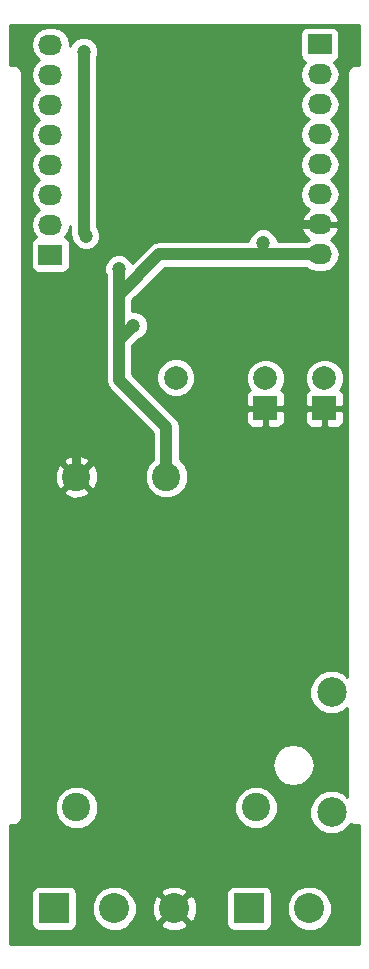
<source format=gbr>
G04 #@! TF.FileFunction,Copper,L2,Bot,Signal*
%FSLAX46Y46*%
G04 Gerber Fmt 4.6, Leading zero omitted, Abs format (unit mm)*
G04 Created by KiCad (PCBNEW 4.0.2+dfsg1-stable) date mar 17 jul 2018 09:31:31 CEST*
%MOMM*%
G01*
G04 APERTURE LIST*
%ADD10C,0.100000*%
%ADD11R,2.000000X2.000000*%
%ADD12C,2.000000*%
%ADD13C,2.500000*%
%ADD14R,2.540000X2.540000*%
%ADD15C,2.540000*%
%ADD16C,1.998980*%
%ADD17R,2.032000X1.727200*%
%ADD18O,2.032000X1.727200*%
%ADD19C,2.400000*%
%ADD20C,1.200000*%
%ADD21C,0.600000*%
%ADD22C,0.800000*%
%ADD23C,1.000000*%
%ADD24C,0.254000*%
G04 APERTURE END LIST*
D10*
D11*
X127110000Y-85920000D03*
D12*
X127110000Y-83380000D03*
D11*
X132110000Y-85920000D03*
D12*
X132110000Y-83380000D03*
D13*
X132710000Y-120120000D03*
X132710000Y-109960000D03*
D14*
X125730000Y-128270000D03*
D15*
X130810000Y-128270000D03*
D14*
X109220000Y-128270000D03*
D15*
X114300000Y-128270000D03*
X119380000Y-128270000D03*
D16*
X119510000Y-83320000D03*
D17*
X131710000Y-55120000D03*
D18*
X131710000Y-57660000D03*
X131710000Y-60200000D03*
X131710000Y-62740000D03*
X131710000Y-65280000D03*
X131710000Y-67820000D03*
X131710000Y-70360000D03*
X131710000Y-72900000D03*
D17*
X108910000Y-72920000D03*
D18*
X108910000Y-70380000D03*
X108910000Y-67840000D03*
X108910000Y-65300000D03*
X108910000Y-62760000D03*
X108910000Y-60220000D03*
X108910000Y-57680000D03*
X108910000Y-55140000D03*
D19*
X111110000Y-119720000D03*
X126310000Y-119720000D03*
X111110000Y-91720000D03*
X118710000Y-91720000D03*
D20*
X118310000Y-68320000D03*
X111710000Y-55720000D03*
X111910000Y-71320000D03*
X114710000Y-74120000D03*
X126910000Y-71920000D03*
X115910000Y-78920000D03*
D21*
X116270000Y-70360000D02*
X116110000Y-70360000D01*
X118310000Y-68320000D02*
X116270000Y-70360000D01*
D22*
X131710000Y-70360000D02*
X116110000Y-70360000D01*
X116110000Y-70360000D02*
X116070000Y-70360000D01*
X116070000Y-70360000D02*
X111110000Y-75320000D01*
X111110000Y-75320000D02*
X111110000Y-91720000D01*
D23*
X114710000Y-76320000D02*
X114710000Y-74120000D01*
X111710000Y-71120000D02*
X111710000Y-55720000D01*
X111910000Y-71320000D02*
X111710000Y-71120000D01*
D21*
X126910000Y-71920000D02*
X126910000Y-72900000D01*
X126910000Y-72900000D02*
X126910000Y-72920000D01*
X126910000Y-72920000D02*
X126910000Y-72900000D01*
X126310000Y-72900000D02*
X126310000Y-72920000D01*
X126310000Y-72920000D02*
X126310000Y-72900000D01*
D23*
X114710000Y-81720000D02*
X114710000Y-80120000D01*
X114710000Y-80120000D02*
X115910000Y-78920000D01*
X118710000Y-91720000D02*
X118710000Y-87520000D01*
X118130000Y-72900000D02*
X126310000Y-72900000D01*
X114710000Y-81720000D02*
X114710000Y-76320000D01*
X114710000Y-76320000D02*
X118130000Y-72900000D01*
X126310000Y-72900000D02*
X126910000Y-72900000D01*
X126910000Y-72900000D02*
X131710000Y-72900000D01*
X114710000Y-83520000D02*
X114710000Y-81720000D01*
X118710000Y-87520000D02*
X114710000Y-83520000D01*
D24*
G36*
X135029000Y-56817000D02*
X134764000Y-56817000D01*
X134492295Y-56871046D01*
X134261954Y-57024954D01*
X134108046Y-57255295D01*
X134054000Y-57527000D01*
X134054000Y-108638226D01*
X133779161Y-108362907D01*
X133086595Y-108075328D01*
X132336695Y-108074674D01*
X131643628Y-108361043D01*
X131112907Y-108890839D01*
X130825328Y-109583405D01*
X130824674Y-110333305D01*
X131111043Y-111026372D01*
X131640839Y-111557093D01*
X132333405Y-111844672D01*
X133083305Y-111845326D01*
X133776372Y-111558957D01*
X134054000Y-111281813D01*
X134054000Y-118798226D01*
X133779161Y-118522907D01*
X133086595Y-118235328D01*
X132336695Y-118234674D01*
X131643628Y-118521043D01*
X131112907Y-119050839D01*
X130825328Y-119743405D01*
X130824674Y-120493305D01*
X131111043Y-121186372D01*
X131640839Y-121717093D01*
X132333405Y-122004672D01*
X133083305Y-122005326D01*
X133776372Y-121718957D01*
X134307093Y-121189161D01*
X134349335Y-121087432D01*
X134492295Y-121182954D01*
X134764000Y-121237000D01*
X135029000Y-121237000D01*
X135029000Y-131317000D01*
X105509000Y-131317000D01*
X105509000Y-127000000D01*
X107302560Y-127000000D01*
X107302560Y-129540000D01*
X107346838Y-129775317D01*
X107485910Y-129991441D01*
X107698110Y-130136431D01*
X107950000Y-130187440D01*
X110490000Y-130187440D01*
X110725317Y-130143162D01*
X110941441Y-130004090D01*
X111086431Y-129791890D01*
X111137440Y-129540000D01*
X111137440Y-128647265D01*
X112394670Y-128647265D01*
X112684078Y-129347686D01*
X113219495Y-129884039D01*
X113919410Y-130174668D01*
X114677265Y-130175330D01*
X115377686Y-129885922D01*
X115646299Y-129617777D01*
X118211828Y-129617777D01*
X118343520Y-129912657D01*
X119051036Y-130184261D01*
X119808632Y-130164436D01*
X120416480Y-129912657D01*
X120548172Y-129617777D01*
X119380000Y-128449605D01*
X118211828Y-129617777D01*
X115646299Y-129617777D01*
X115914039Y-129350505D01*
X116204668Y-128650590D01*
X116205287Y-127941036D01*
X117465739Y-127941036D01*
X117485564Y-128698632D01*
X117737343Y-129306480D01*
X118032223Y-129438172D01*
X119200395Y-128270000D01*
X119559605Y-128270000D01*
X120727777Y-129438172D01*
X121022657Y-129306480D01*
X121294261Y-128598964D01*
X121274436Y-127841368D01*
X121022657Y-127233520D01*
X120727777Y-127101828D01*
X119559605Y-128270000D01*
X119200395Y-128270000D01*
X118032223Y-127101828D01*
X117737343Y-127233520D01*
X117465739Y-127941036D01*
X116205287Y-127941036D01*
X116205330Y-127892735D01*
X115915922Y-127192314D01*
X115646303Y-126922223D01*
X118211828Y-126922223D01*
X119380000Y-128090395D01*
X120470395Y-127000000D01*
X123812560Y-127000000D01*
X123812560Y-129540000D01*
X123856838Y-129775317D01*
X123995910Y-129991441D01*
X124208110Y-130136431D01*
X124460000Y-130187440D01*
X127000000Y-130187440D01*
X127235317Y-130143162D01*
X127451441Y-130004090D01*
X127596431Y-129791890D01*
X127647440Y-129540000D01*
X127647440Y-128647265D01*
X128904670Y-128647265D01*
X129194078Y-129347686D01*
X129729495Y-129884039D01*
X130429410Y-130174668D01*
X131187265Y-130175330D01*
X131887686Y-129885922D01*
X132424039Y-129350505D01*
X132714668Y-128650590D01*
X132715330Y-127892735D01*
X132425922Y-127192314D01*
X131890505Y-126655961D01*
X131190590Y-126365332D01*
X130432735Y-126364670D01*
X129732314Y-126654078D01*
X129195961Y-127189495D01*
X128905332Y-127889410D01*
X128904670Y-128647265D01*
X127647440Y-128647265D01*
X127647440Y-127000000D01*
X127603162Y-126764683D01*
X127464090Y-126548559D01*
X127251890Y-126403569D01*
X127000000Y-126352560D01*
X124460000Y-126352560D01*
X124224683Y-126396838D01*
X124008559Y-126535910D01*
X123863569Y-126748110D01*
X123812560Y-127000000D01*
X120470395Y-127000000D01*
X120548172Y-126922223D01*
X120416480Y-126627343D01*
X119708964Y-126355739D01*
X118951368Y-126375564D01*
X118343520Y-126627343D01*
X118211828Y-126922223D01*
X115646303Y-126922223D01*
X115380505Y-126655961D01*
X114680590Y-126365332D01*
X113922735Y-126364670D01*
X113222314Y-126654078D01*
X112685961Y-127189495D01*
X112395332Y-127889410D01*
X112394670Y-128647265D01*
X111137440Y-128647265D01*
X111137440Y-127000000D01*
X111093162Y-126764683D01*
X110954090Y-126548559D01*
X110741890Y-126403569D01*
X110490000Y-126352560D01*
X107950000Y-126352560D01*
X107714683Y-126396838D01*
X107498559Y-126535910D01*
X107353569Y-126748110D01*
X107302560Y-127000000D01*
X105509000Y-127000000D01*
X105509000Y-121237000D01*
X105774000Y-121237000D01*
X106045705Y-121182954D01*
X106276046Y-121029046D01*
X106429954Y-120798705D01*
X106484000Y-120527000D01*
X106484000Y-120083403D01*
X109274682Y-120083403D01*
X109553455Y-120758086D01*
X110069199Y-121274730D01*
X110743395Y-121554681D01*
X111473403Y-121555318D01*
X112148086Y-121276545D01*
X112664730Y-120760801D01*
X112944681Y-120086605D01*
X112944683Y-120083403D01*
X124474682Y-120083403D01*
X124753455Y-120758086D01*
X125269199Y-121274730D01*
X125943395Y-121554681D01*
X126673403Y-121555318D01*
X127348086Y-121276545D01*
X127864730Y-120760801D01*
X128144681Y-120086605D01*
X128145318Y-119356597D01*
X127866545Y-118681914D01*
X127350801Y-118165270D01*
X126676605Y-117885319D01*
X125946597Y-117884682D01*
X125271914Y-118163455D01*
X124755270Y-118679199D01*
X124475319Y-119353395D01*
X124474682Y-120083403D01*
X112944683Y-120083403D01*
X112945318Y-119356597D01*
X112666545Y-118681914D01*
X112150801Y-118165270D01*
X111476605Y-117885319D01*
X110746597Y-117884682D01*
X110071914Y-118163455D01*
X109555270Y-118679199D01*
X109275319Y-119353395D01*
X109274682Y-120083403D01*
X106484000Y-120083403D01*
X106484000Y-116127000D01*
X127659000Y-116127000D01*
X127796778Y-116819657D01*
X128189137Y-117406863D01*
X128776343Y-117799222D01*
X129469000Y-117937000D01*
X130161657Y-117799222D01*
X130748863Y-117406863D01*
X131141222Y-116819657D01*
X131279000Y-116127000D01*
X131141222Y-115434343D01*
X130748863Y-114847137D01*
X130161657Y-114454778D01*
X129469000Y-114317000D01*
X128776343Y-114454778D01*
X128189137Y-114847137D01*
X127796778Y-115434343D01*
X127659000Y-116127000D01*
X106484000Y-116127000D01*
X106484000Y-93017175D01*
X109992430Y-93017175D01*
X110115565Y-93304788D01*
X110797734Y-93564707D01*
X111527443Y-93543786D01*
X112104435Y-93304788D01*
X112227570Y-93017175D01*
X111110000Y-91899605D01*
X109992430Y-93017175D01*
X106484000Y-93017175D01*
X106484000Y-91407734D01*
X109265293Y-91407734D01*
X109286214Y-92137443D01*
X109525212Y-92714435D01*
X109812825Y-92837570D01*
X110930395Y-91720000D01*
X111289605Y-91720000D01*
X112407175Y-92837570D01*
X112694788Y-92714435D01*
X112954707Y-92032266D01*
X112933786Y-91302557D01*
X112694788Y-90725565D01*
X112407175Y-90602430D01*
X111289605Y-91720000D01*
X110930395Y-91720000D01*
X109812825Y-90602430D01*
X109525212Y-90725565D01*
X109265293Y-91407734D01*
X106484000Y-91407734D01*
X106484000Y-90422825D01*
X109992430Y-90422825D01*
X111110000Y-91540395D01*
X112227570Y-90422825D01*
X112104435Y-90135212D01*
X111422266Y-89875293D01*
X110692557Y-89896214D01*
X110115565Y-90135212D01*
X109992430Y-90422825D01*
X106484000Y-90422825D01*
X106484000Y-57527000D01*
X106429954Y-57255295D01*
X106276046Y-57024954D01*
X106045705Y-56871046D01*
X105774000Y-56817000D01*
X105509000Y-56817000D01*
X105509000Y-55140000D01*
X107226655Y-55140000D01*
X107340729Y-55713489D01*
X107665585Y-56199670D01*
X107980366Y-56410000D01*
X107665585Y-56620330D01*
X107340729Y-57106511D01*
X107226655Y-57680000D01*
X107340729Y-58253489D01*
X107665585Y-58739670D01*
X107980366Y-58950000D01*
X107665585Y-59160330D01*
X107340729Y-59646511D01*
X107226655Y-60220000D01*
X107340729Y-60793489D01*
X107665585Y-61279670D01*
X107980366Y-61490000D01*
X107665585Y-61700330D01*
X107340729Y-62186511D01*
X107226655Y-62760000D01*
X107340729Y-63333489D01*
X107665585Y-63819670D01*
X107980366Y-64030000D01*
X107665585Y-64240330D01*
X107340729Y-64726511D01*
X107226655Y-65300000D01*
X107340729Y-65873489D01*
X107665585Y-66359670D01*
X107980366Y-66570000D01*
X107665585Y-66780330D01*
X107340729Y-67266511D01*
X107226655Y-67840000D01*
X107340729Y-68413489D01*
X107665585Y-68899670D01*
X107980366Y-69110000D01*
X107665585Y-69320330D01*
X107340729Y-69806511D01*
X107226655Y-70380000D01*
X107340729Y-70953489D01*
X107665585Y-71439670D01*
X107679913Y-71449243D01*
X107658683Y-71453238D01*
X107442559Y-71592310D01*
X107297569Y-71804510D01*
X107246560Y-72056400D01*
X107246560Y-73783600D01*
X107290838Y-74018917D01*
X107429910Y-74235041D01*
X107642110Y-74380031D01*
X107894000Y-74431040D01*
X109926000Y-74431040D01*
X110161317Y-74386762D01*
X110195790Y-74364579D01*
X113474786Y-74364579D01*
X113575000Y-74607114D01*
X113575000Y-83520000D01*
X113661397Y-83954346D01*
X113856991Y-84247073D01*
X113907434Y-84322566D01*
X117575000Y-87990132D01*
X117575000Y-90260200D01*
X117155270Y-90679199D01*
X116875319Y-91353395D01*
X116874682Y-92083403D01*
X117153455Y-92758086D01*
X117669199Y-93274730D01*
X118343395Y-93554681D01*
X119073403Y-93555318D01*
X119748086Y-93276545D01*
X120264730Y-92760801D01*
X120544681Y-92086605D01*
X120545318Y-91356597D01*
X120266545Y-90681914D01*
X119845000Y-90259633D01*
X119845000Y-87520000D01*
X119758603Y-87085654D01*
X119512566Y-86717434D01*
X119000882Y-86205750D01*
X125475000Y-86205750D01*
X125475000Y-87046310D01*
X125571673Y-87279699D01*
X125750302Y-87458327D01*
X125983691Y-87555000D01*
X126824250Y-87555000D01*
X126983000Y-87396250D01*
X126983000Y-86047000D01*
X127237000Y-86047000D01*
X127237000Y-87396250D01*
X127395750Y-87555000D01*
X128236309Y-87555000D01*
X128469698Y-87458327D01*
X128648327Y-87279699D01*
X128745000Y-87046310D01*
X128745000Y-86205750D01*
X130475000Y-86205750D01*
X130475000Y-87046310D01*
X130571673Y-87279699D01*
X130750302Y-87458327D01*
X130983691Y-87555000D01*
X131824250Y-87555000D01*
X131983000Y-87396250D01*
X131983000Y-86047000D01*
X132237000Y-86047000D01*
X132237000Y-87396250D01*
X132395750Y-87555000D01*
X133236309Y-87555000D01*
X133469698Y-87458327D01*
X133648327Y-87279699D01*
X133745000Y-87046310D01*
X133745000Y-86205750D01*
X133586250Y-86047000D01*
X132237000Y-86047000D01*
X131983000Y-86047000D01*
X130633750Y-86047000D01*
X130475000Y-86205750D01*
X128745000Y-86205750D01*
X128586250Y-86047000D01*
X127237000Y-86047000D01*
X126983000Y-86047000D01*
X125633750Y-86047000D01*
X125475000Y-86205750D01*
X119000882Y-86205750D01*
X116438826Y-83643694D01*
X117875226Y-83643694D01*
X118123538Y-84244655D01*
X118582927Y-84704846D01*
X119183453Y-84954206D01*
X119833694Y-84954774D01*
X120434655Y-84706462D01*
X120894846Y-84247073D01*
X121120434Y-83703795D01*
X125474716Y-83703795D01*
X125723106Y-84304943D01*
X125785251Y-84367197D01*
X125750302Y-84381673D01*
X125571673Y-84560301D01*
X125475000Y-84793690D01*
X125475000Y-85634250D01*
X125633750Y-85793000D01*
X126983000Y-85793000D01*
X126983000Y-85773000D01*
X127237000Y-85773000D01*
X127237000Y-85793000D01*
X128586250Y-85793000D01*
X128745000Y-85634250D01*
X128745000Y-84793690D01*
X128648327Y-84560301D01*
X128469698Y-84381673D01*
X128435166Y-84367370D01*
X128495278Y-84307363D01*
X128744716Y-83706648D01*
X128744718Y-83703795D01*
X130474716Y-83703795D01*
X130723106Y-84304943D01*
X130785251Y-84367197D01*
X130750302Y-84381673D01*
X130571673Y-84560301D01*
X130475000Y-84793690D01*
X130475000Y-85634250D01*
X130633750Y-85793000D01*
X131983000Y-85793000D01*
X131983000Y-85773000D01*
X132237000Y-85773000D01*
X132237000Y-85793000D01*
X133586250Y-85793000D01*
X133745000Y-85634250D01*
X133745000Y-84793690D01*
X133648327Y-84560301D01*
X133469698Y-84381673D01*
X133435166Y-84367370D01*
X133495278Y-84307363D01*
X133744716Y-83706648D01*
X133745284Y-83056205D01*
X133496894Y-82455057D01*
X133037363Y-81994722D01*
X132436648Y-81745284D01*
X131786205Y-81744716D01*
X131185057Y-81993106D01*
X130724722Y-82452637D01*
X130475284Y-83053352D01*
X130474716Y-83703795D01*
X128744718Y-83703795D01*
X128745284Y-83056205D01*
X128496894Y-82455057D01*
X128037363Y-81994722D01*
X127436648Y-81745284D01*
X126786205Y-81744716D01*
X126185057Y-81993106D01*
X125724722Y-82452637D01*
X125475284Y-83053352D01*
X125474716Y-83703795D01*
X121120434Y-83703795D01*
X121144206Y-83646547D01*
X121144774Y-82996306D01*
X120896462Y-82395345D01*
X120437073Y-81935154D01*
X119836547Y-81685794D01*
X119186306Y-81685226D01*
X118585345Y-81933538D01*
X118125154Y-82392927D01*
X117875794Y-82993453D01*
X117875226Y-83643694D01*
X116438826Y-83643694D01*
X115845000Y-83049868D01*
X115845000Y-80590132D01*
X116368174Y-80066958D01*
X116608657Y-79967592D01*
X116956371Y-79620485D01*
X117144785Y-79166734D01*
X117145214Y-78675421D01*
X116957592Y-78221343D01*
X116610485Y-77873629D01*
X116156734Y-77685215D01*
X115845000Y-77684943D01*
X115845000Y-76790132D01*
X118600132Y-74035000D01*
X130578324Y-74035000D01*
X130951766Y-74284526D01*
X131525255Y-74398600D01*
X131894745Y-74398600D01*
X132468234Y-74284526D01*
X132954415Y-73959670D01*
X133279271Y-73473489D01*
X133393345Y-72900000D01*
X133279271Y-72326511D01*
X132954415Y-71840330D01*
X132644931Y-71633539D01*
X133060732Y-71262036D01*
X133314709Y-70734791D01*
X133317358Y-70719026D01*
X133196217Y-70487000D01*
X131837000Y-70487000D01*
X131837000Y-70507000D01*
X131583000Y-70507000D01*
X131583000Y-70487000D01*
X130223783Y-70487000D01*
X130102642Y-70719026D01*
X130105291Y-70734791D01*
X130359268Y-71262036D01*
X130775069Y-71633539D01*
X130578324Y-71765000D01*
X128145136Y-71765000D01*
X128145214Y-71675421D01*
X127957592Y-71221343D01*
X127610485Y-70873629D01*
X127156734Y-70685215D01*
X126665421Y-70684786D01*
X126211343Y-70872408D01*
X125863629Y-71219515D01*
X125675215Y-71673266D01*
X125675135Y-71765000D01*
X118130000Y-71765000D01*
X117726889Y-71845184D01*
X117695654Y-71851397D01*
X117327434Y-72097434D01*
X115829499Y-73595369D01*
X115757592Y-73421343D01*
X115410485Y-73073629D01*
X114956734Y-72885215D01*
X114465421Y-72884786D01*
X114011343Y-73072408D01*
X113663629Y-73419515D01*
X113475215Y-73873266D01*
X113474786Y-74364579D01*
X110195790Y-74364579D01*
X110377441Y-74247690D01*
X110522431Y-74035490D01*
X110573440Y-73783600D01*
X110573440Y-72056400D01*
X110529162Y-71821083D01*
X110390090Y-71604959D01*
X110177890Y-71459969D01*
X110136561Y-71451600D01*
X110154415Y-71439670D01*
X110479271Y-70953489D01*
X110575000Y-70472227D01*
X110575000Y-71120000D01*
X110661397Y-71554346D01*
X110685402Y-71590273D01*
X110862408Y-72018657D01*
X111209515Y-72366371D01*
X111663266Y-72554785D01*
X112154579Y-72555214D01*
X112608657Y-72367592D01*
X112956371Y-72020485D01*
X113144785Y-71566734D01*
X113145214Y-71075421D01*
X112957592Y-70621343D01*
X112845000Y-70508554D01*
X112845000Y-57660000D01*
X130026655Y-57660000D01*
X130140729Y-58233489D01*
X130465585Y-58719670D01*
X130780366Y-58930000D01*
X130465585Y-59140330D01*
X130140729Y-59626511D01*
X130026655Y-60200000D01*
X130140729Y-60773489D01*
X130465585Y-61259670D01*
X130780366Y-61470000D01*
X130465585Y-61680330D01*
X130140729Y-62166511D01*
X130026655Y-62740000D01*
X130140729Y-63313489D01*
X130465585Y-63799670D01*
X130780366Y-64010000D01*
X130465585Y-64220330D01*
X130140729Y-64706511D01*
X130026655Y-65280000D01*
X130140729Y-65853489D01*
X130465585Y-66339670D01*
X130780366Y-66550000D01*
X130465585Y-66760330D01*
X130140729Y-67246511D01*
X130026655Y-67820000D01*
X130140729Y-68393489D01*
X130465585Y-68879670D01*
X130775069Y-69086461D01*
X130359268Y-69457964D01*
X130105291Y-69985209D01*
X130102642Y-70000974D01*
X130223783Y-70233000D01*
X131583000Y-70233000D01*
X131583000Y-70213000D01*
X131837000Y-70213000D01*
X131837000Y-70233000D01*
X133196217Y-70233000D01*
X133317358Y-70000974D01*
X133314709Y-69985209D01*
X133060732Y-69457964D01*
X132644931Y-69086461D01*
X132954415Y-68879670D01*
X133279271Y-68393489D01*
X133393345Y-67820000D01*
X133279271Y-67246511D01*
X132954415Y-66760330D01*
X132639634Y-66550000D01*
X132954415Y-66339670D01*
X133279271Y-65853489D01*
X133393345Y-65280000D01*
X133279271Y-64706511D01*
X132954415Y-64220330D01*
X132639634Y-64010000D01*
X132954415Y-63799670D01*
X133279271Y-63313489D01*
X133393345Y-62740000D01*
X133279271Y-62166511D01*
X132954415Y-61680330D01*
X132639634Y-61470000D01*
X132954415Y-61259670D01*
X133279271Y-60773489D01*
X133393345Y-60200000D01*
X133279271Y-59626511D01*
X132954415Y-59140330D01*
X132639634Y-58930000D01*
X132954415Y-58719670D01*
X133279271Y-58233489D01*
X133393345Y-57660000D01*
X133279271Y-57086511D01*
X132954415Y-56600330D01*
X132940087Y-56590757D01*
X132961317Y-56586762D01*
X133177441Y-56447690D01*
X133322431Y-56235490D01*
X133373440Y-55983600D01*
X133373440Y-54256400D01*
X133329162Y-54021083D01*
X133190090Y-53804959D01*
X132977890Y-53659969D01*
X132726000Y-53608960D01*
X130694000Y-53608960D01*
X130458683Y-53653238D01*
X130242559Y-53792310D01*
X130097569Y-54004510D01*
X130046560Y-54256400D01*
X130046560Y-55983600D01*
X130090838Y-56218917D01*
X130229910Y-56435041D01*
X130442110Y-56580031D01*
X130483439Y-56588400D01*
X130465585Y-56600330D01*
X130140729Y-57086511D01*
X130026655Y-57660000D01*
X112845000Y-57660000D01*
X112845000Y-56207043D01*
X112944785Y-55966734D01*
X112945214Y-55475421D01*
X112757592Y-55021343D01*
X112410485Y-54673629D01*
X111956734Y-54485215D01*
X111465421Y-54484786D01*
X111011343Y-54672408D01*
X110663629Y-55019515D01*
X110574721Y-55233629D01*
X110593345Y-55140000D01*
X110479271Y-54566511D01*
X110154415Y-54080330D01*
X109668234Y-53755474D01*
X109094745Y-53641400D01*
X108725255Y-53641400D01*
X108151766Y-53755474D01*
X107665585Y-54080330D01*
X107340729Y-54566511D01*
X107226655Y-55140000D01*
X105509000Y-55140000D01*
X105509000Y-53447000D01*
X135029000Y-53447000D01*
X135029000Y-56817000D01*
X135029000Y-56817000D01*
G37*
X135029000Y-56817000D02*
X134764000Y-56817000D01*
X134492295Y-56871046D01*
X134261954Y-57024954D01*
X134108046Y-57255295D01*
X134054000Y-57527000D01*
X134054000Y-108638226D01*
X133779161Y-108362907D01*
X133086595Y-108075328D01*
X132336695Y-108074674D01*
X131643628Y-108361043D01*
X131112907Y-108890839D01*
X130825328Y-109583405D01*
X130824674Y-110333305D01*
X131111043Y-111026372D01*
X131640839Y-111557093D01*
X132333405Y-111844672D01*
X133083305Y-111845326D01*
X133776372Y-111558957D01*
X134054000Y-111281813D01*
X134054000Y-118798226D01*
X133779161Y-118522907D01*
X133086595Y-118235328D01*
X132336695Y-118234674D01*
X131643628Y-118521043D01*
X131112907Y-119050839D01*
X130825328Y-119743405D01*
X130824674Y-120493305D01*
X131111043Y-121186372D01*
X131640839Y-121717093D01*
X132333405Y-122004672D01*
X133083305Y-122005326D01*
X133776372Y-121718957D01*
X134307093Y-121189161D01*
X134349335Y-121087432D01*
X134492295Y-121182954D01*
X134764000Y-121237000D01*
X135029000Y-121237000D01*
X135029000Y-131317000D01*
X105509000Y-131317000D01*
X105509000Y-127000000D01*
X107302560Y-127000000D01*
X107302560Y-129540000D01*
X107346838Y-129775317D01*
X107485910Y-129991441D01*
X107698110Y-130136431D01*
X107950000Y-130187440D01*
X110490000Y-130187440D01*
X110725317Y-130143162D01*
X110941441Y-130004090D01*
X111086431Y-129791890D01*
X111137440Y-129540000D01*
X111137440Y-128647265D01*
X112394670Y-128647265D01*
X112684078Y-129347686D01*
X113219495Y-129884039D01*
X113919410Y-130174668D01*
X114677265Y-130175330D01*
X115377686Y-129885922D01*
X115646299Y-129617777D01*
X118211828Y-129617777D01*
X118343520Y-129912657D01*
X119051036Y-130184261D01*
X119808632Y-130164436D01*
X120416480Y-129912657D01*
X120548172Y-129617777D01*
X119380000Y-128449605D01*
X118211828Y-129617777D01*
X115646299Y-129617777D01*
X115914039Y-129350505D01*
X116204668Y-128650590D01*
X116205287Y-127941036D01*
X117465739Y-127941036D01*
X117485564Y-128698632D01*
X117737343Y-129306480D01*
X118032223Y-129438172D01*
X119200395Y-128270000D01*
X119559605Y-128270000D01*
X120727777Y-129438172D01*
X121022657Y-129306480D01*
X121294261Y-128598964D01*
X121274436Y-127841368D01*
X121022657Y-127233520D01*
X120727777Y-127101828D01*
X119559605Y-128270000D01*
X119200395Y-128270000D01*
X118032223Y-127101828D01*
X117737343Y-127233520D01*
X117465739Y-127941036D01*
X116205287Y-127941036D01*
X116205330Y-127892735D01*
X115915922Y-127192314D01*
X115646303Y-126922223D01*
X118211828Y-126922223D01*
X119380000Y-128090395D01*
X120470395Y-127000000D01*
X123812560Y-127000000D01*
X123812560Y-129540000D01*
X123856838Y-129775317D01*
X123995910Y-129991441D01*
X124208110Y-130136431D01*
X124460000Y-130187440D01*
X127000000Y-130187440D01*
X127235317Y-130143162D01*
X127451441Y-130004090D01*
X127596431Y-129791890D01*
X127647440Y-129540000D01*
X127647440Y-128647265D01*
X128904670Y-128647265D01*
X129194078Y-129347686D01*
X129729495Y-129884039D01*
X130429410Y-130174668D01*
X131187265Y-130175330D01*
X131887686Y-129885922D01*
X132424039Y-129350505D01*
X132714668Y-128650590D01*
X132715330Y-127892735D01*
X132425922Y-127192314D01*
X131890505Y-126655961D01*
X131190590Y-126365332D01*
X130432735Y-126364670D01*
X129732314Y-126654078D01*
X129195961Y-127189495D01*
X128905332Y-127889410D01*
X128904670Y-128647265D01*
X127647440Y-128647265D01*
X127647440Y-127000000D01*
X127603162Y-126764683D01*
X127464090Y-126548559D01*
X127251890Y-126403569D01*
X127000000Y-126352560D01*
X124460000Y-126352560D01*
X124224683Y-126396838D01*
X124008559Y-126535910D01*
X123863569Y-126748110D01*
X123812560Y-127000000D01*
X120470395Y-127000000D01*
X120548172Y-126922223D01*
X120416480Y-126627343D01*
X119708964Y-126355739D01*
X118951368Y-126375564D01*
X118343520Y-126627343D01*
X118211828Y-126922223D01*
X115646303Y-126922223D01*
X115380505Y-126655961D01*
X114680590Y-126365332D01*
X113922735Y-126364670D01*
X113222314Y-126654078D01*
X112685961Y-127189495D01*
X112395332Y-127889410D01*
X112394670Y-128647265D01*
X111137440Y-128647265D01*
X111137440Y-127000000D01*
X111093162Y-126764683D01*
X110954090Y-126548559D01*
X110741890Y-126403569D01*
X110490000Y-126352560D01*
X107950000Y-126352560D01*
X107714683Y-126396838D01*
X107498559Y-126535910D01*
X107353569Y-126748110D01*
X107302560Y-127000000D01*
X105509000Y-127000000D01*
X105509000Y-121237000D01*
X105774000Y-121237000D01*
X106045705Y-121182954D01*
X106276046Y-121029046D01*
X106429954Y-120798705D01*
X106484000Y-120527000D01*
X106484000Y-120083403D01*
X109274682Y-120083403D01*
X109553455Y-120758086D01*
X110069199Y-121274730D01*
X110743395Y-121554681D01*
X111473403Y-121555318D01*
X112148086Y-121276545D01*
X112664730Y-120760801D01*
X112944681Y-120086605D01*
X112944683Y-120083403D01*
X124474682Y-120083403D01*
X124753455Y-120758086D01*
X125269199Y-121274730D01*
X125943395Y-121554681D01*
X126673403Y-121555318D01*
X127348086Y-121276545D01*
X127864730Y-120760801D01*
X128144681Y-120086605D01*
X128145318Y-119356597D01*
X127866545Y-118681914D01*
X127350801Y-118165270D01*
X126676605Y-117885319D01*
X125946597Y-117884682D01*
X125271914Y-118163455D01*
X124755270Y-118679199D01*
X124475319Y-119353395D01*
X124474682Y-120083403D01*
X112944683Y-120083403D01*
X112945318Y-119356597D01*
X112666545Y-118681914D01*
X112150801Y-118165270D01*
X111476605Y-117885319D01*
X110746597Y-117884682D01*
X110071914Y-118163455D01*
X109555270Y-118679199D01*
X109275319Y-119353395D01*
X109274682Y-120083403D01*
X106484000Y-120083403D01*
X106484000Y-116127000D01*
X127659000Y-116127000D01*
X127796778Y-116819657D01*
X128189137Y-117406863D01*
X128776343Y-117799222D01*
X129469000Y-117937000D01*
X130161657Y-117799222D01*
X130748863Y-117406863D01*
X131141222Y-116819657D01*
X131279000Y-116127000D01*
X131141222Y-115434343D01*
X130748863Y-114847137D01*
X130161657Y-114454778D01*
X129469000Y-114317000D01*
X128776343Y-114454778D01*
X128189137Y-114847137D01*
X127796778Y-115434343D01*
X127659000Y-116127000D01*
X106484000Y-116127000D01*
X106484000Y-93017175D01*
X109992430Y-93017175D01*
X110115565Y-93304788D01*
X110797734Y-93564707D01*
X111527443Y-93543786D01*
X112104435Y-93304788D01*
X112227570Y-93017175D01*
X111110000Y-91899605D01*
X109992430Y-93017175D01*
X106484000Y-93017175D01*
X106484000Y-91407734D01*
X109265293Y-91407734D01*
X109286214Y-92137443D01*
X109525212Y-92714435D01*
X109812825Y-92837570D01*
X110930395Y-91720000D01*
X111289605Y-91720000D01*
X112407175Y-92837570D01*
X112694788Y-92714435D01*
X112954707Y-92032266D01*
X112933786Y-91302557D01*
X112694788Y-90725565D01*
X112407175Y-90602430D01*
X111289605Y-91720000D01*
X110930395Y-91720000D01*
X109812825Y-90602430D01*
X109525212Y-90725565D01*
X109265293Y-91407734D01*
X106484000Y-91407734D01*
X106484000Y-90422825D01*
X109992430Y-90422825D01*
X111110000Y-91540395D01*
X112227570Y-90422825D01*
X112104435Y-90135212D01*
X111422266Y-89875293D01*
X110692557Y-89896214D01*
X110115565Y-90135212D01*
X109992430Y-90422825D01*
X106484000Y-90422825D01*
X106484000Y-57527000D01*
X106429954Y-57255295D01*
X106276046Y-57024954D01*
X106045705Y-56871046D01*
X105774000Y-56817000D01*
X105509000Y-56817000D01*
X105509000Y-55140000D01*
X107226655Y-55140000D01*
X107340729Y-55713489D01*
X107665585Y-56199670D01*
X107980366Y-56410000D01*
X107665585Y-56620330D01*
X107340729Y-57106511D01*
X107226655Y-57680000D01*
X107340729Y-58253489D01*
X107665585Y-58739670D01*
X107980366Y-58950000D01*
X107665585Y-59160330D01*
X107340729Y-59646511D01*
X107226655Y-60220000D01*
X107340729Y-60793489D01*
X107665585Y-61279670D01*
X107980366Y-61490000D01*
X107665585Y-61700330D01*
X107340729Y-62186511D01*
X107226655Y-62760000D01*
X107340729Y-63333489D01*
X107665585Y-63819670D01*
X107980366Y-64030000D01*
X107665585Y-64240330D01*
X107340729Y-64726511D01*
X107226655Y-65300000D01*
X107340729Y-65873489D01*
X107665585Y-66359670D01*
X107980366Y-66570000D01*
X107665585Y-66780330D01*
X107340729Y-67266511D01*
X107226655Y-67840000D01*
X107340729Y-68413489D01*
X107665585Y-68899670D01*
X107980366Y-69110000D01*
X107665585Y-69320330D01*
X107340729Y-69806511D01*
X107226655Y-70380000D01*
X107340729Y-70953489D01*
X107665585Y-71439670D01*
X107679913Y-71449243D01*
X107658683Y-71453238D01*
X107442559Y-71592310D01*
X107297569Y-71804510D01*
X107246560Y-72056400D01*
X107246560Y-73783600D01*
X107290838Y-74018917D01*
X107429910Y-74235041D01*
X107642110Y-74380031D01*
X107894000Y-74431040D01*
X109926000Y-74431040D01*
X110161317Y-74386762D01*
X110195790Y-74364579D01*
X113474786Y-74364579D01*
X113575000Y-74607114D01*
X113575000Y-83520000D01*
X113661397Y-83954346D01*
X113856991Y-84247073D01*
X113907434Y-84322566D01*
X117575000Y-87990132D01*
X117575000Y-90260200D01*
X117155270Y-90679199D01*
X116875319Y-91353395D01*
X116874682Y-92083403D01*
X117153455Y-92758086D01*
X117669199Y-93274730D01*
X118343395Y-93554681D01*
X119073403Y-93555318D01*
X119748086Y-93276545D01*
X120264730Y-92760801D01*
X120544681Y-92086605D01*
X120545318Y-91356597D01*
X120266545Y-90681914D01*
X119845000Y-90259633D01*
X119845000Y-87520000D01*
X119758603Y-87085654D01*
X119512566Y-86717434D01*
X119000882Y-86205750D01*
X125475000Y-86205750D01*
X125475000Y-87046310D01*
X125571673Y-87279699D01*
X125750302Y-87458327D01*
X125983691Y-87555000D01*
X126824250Y-87555000D01*
X126983000Y-87396250D01*
X126983000Y-86047000D01*
X127237000Y-86047000D01*
X127237000Y-87396250D01*
X127395750Y-87555000D01*
X128236309Y-87555000D01*
X128469698Y-87458327D01*
X128648327Y-87279699D01*
X128745000Y-87046310D01*
X128745000Y-86205750D01*
X130475000Y-86205750D01*
X130475000Y-87046310D01*
X130571673Y-87279699D01*
X130750302Y-87458327D01*
X130983691Y-87555000D01*
X131824250Y-87555000D01*
X131983000Y-87396250D01*
X131983000Y-86047000D01*
X132237000Y-86047000D01*
X132237000Y-87396250D01*
X132395750Y-87555000D01*
X133236309Y-87555000D01*
X133469698Y-87458327D01*
X133648327Y-87279699D01*
X133745000Y-87046310D01*
X133745000Y-86205750D01*
X133586250Y-86047000D01*
X132237000Y-86047000D01*
X131983000Y-86047000D01*
X130633750Y-86047000D01*
X130475000Y-86205750D01*
X128745000Y-86205750D01*
X128586250Y-86047000D01*
X127237000Y-86047000D01*
X126983000Y-86047000D01*
X125633750Y-86047000D01*
X125475000Y-86205750D01*
X119000882Y-86205750D01*
X116438826Y-83643694D01*
X117875226Y-83643694D01*
X118123538Y-84244655D01*
X118582927Y-84704846D01*
X119183453Y-84954206D01*
X119833694Y-84954774D01*
X120434655Y-84706462D01*
X120894846Y-84247073D01*
X121120434Y-83703795D01*
X125474716Y-83703795D01*
X125723106Y-84304943D01*
X125785251Y-84367197D01*
X125750302Y-84381673D01*
X125571673Y-84560301D01*
X125475000Y-84793690D01*
X125475000Y-85634250D01*
X125633750Y-85793000D01*
X126983000Y-85793000D01*
X126983000Y-85773000D01*
X127237000Y-85773000D01*
X127237000Y-85793000D01*
X128586250Y-85793000D01*
X128745000Y-85634250D01*
X128745000Y-84793690D01*
X128648327Y-84560301D01*
X128469698Y-84381673D01*
X128435166Y-84367370D01*
X128495278Y-84307363D01*
X128744716Y-83706648D01*
X128744718Y-83703795D01*
X130474716Y-83703795D01*
X130723106Y-84304943D01*
X130785251Y-84367197D01*
X130750302Y-84381673D01*
X130571673Y-84560301D01*
X130475000Y-84793690D01*
X130475000Y-85634250D01*
X130633750Y-85793000D01*
X131983000Y-85793000D01*
X131983000Y-85773000D01*
X132237000Y-85773000D01*
X132237000Y-85793000D01*
X133586250Y-85793000D01*
X133745000Y-85634250D01*
X133745000Y-84793690D01*
X133648327Y-84560301D01*
X133469698Y-84381673D01*
X133435166Y-84367370D01*
X133495278Y-84307363D01*
X133744716Y-83706648D01*
X133745284Y-83056205D01*
X133496894Y-82455057D01*
X133037363Y-81994722D01*
X132436648Y-81745284D01*
X131786205Y-81744716D01*
X131185057Y-81993106D01*
X130724722Y-82452637D01*
X130475284Y-83053352D01*
X130474716Y-83703795D01*
X128744718Y-83703795D01*
X128745284Y-83056205D01*
X128496894Y-82455057D01*
X128037363Y-81994722D01*
X127436648Y-81745284D01*
X126786205Y-81744716D01*
X126185057Y-81993106D01*
X125724722Y-82452637D01*
X125475284Y-83053352D01*
X125474716Y-83703795D01*
X121120434Y-83703795D01*
X121144206Y-83646547D01*
X121144774Y-82996306D01*
X120896462Y-82395345D01*
X120437073Y-81935154D01*
X119836547Y-81685794D01*
X119186306Y-81685226D01*
X118585345Y-81933538D01*
X118125154Y-82392927D01*
X117875794Y-82993453D01*
X117875226Y-83643694D01*
X116438826Y-83643694D01*
X115845000Y-83049868D01*
X115845000Y-80590132D01*
X116368174Y-80066958D01*
X116608657Y-79967592D01*
X116956371Y-79620485D01*
X117144785Y-79166734D01*
X117145214Y-78675421D01*
X116957592Y-78221343D01*
X116610485Y-77873629D01*
X116156734Y-77685215D01*
X115845000Y-77684943D01*
X115845000Y-76790132D01*
X118600132Y-74035000D01*
X130578324Y-74035000D01*
X130951766Y-74284526D01*
X131525255Y-74398600D01*
X131894745Y-74398600D01*
X132468234Y-74284526D01*
X132954415Y-73959670D01*
X133279271Y-73473489D01*
X133393345Y-72900000D01*
X133279271Y-72326511D01*
X132954415Y-71840330D01*
X132644931Y-71633539D01*
X133060732Y-71262036D01*
X133314709Y-70734791D01*
X133317358Y-70719026D01*
X133196217Y-70487000D01*
X131837000Y-70487000D01*
X131837000Y-70507000D01*
X131583000Y-70507000D01*
X131583000Y-70487000D01*
X130223783Y-70487000D01*
X130102642Y-70719026D01*
X130105291Y-70734791D01*
X130359268Y-71262036D01*
X130775069Y-71633539D01*
X130578324Y-71765000D01*
X128145136Y-71765000D01*
X128145214Y-71675421D01*
X127957592Y-71221343D01*
X127610485Y-70873629D01*
X127156734Y-70685215D01*
X126665421Y-70684786D01*
X126211343Y-70872408D01*
X125863629Y-71219515D01*
X125675215Y-71673266D01*
X125675135Y-71765000D01*
X118130000Y-71765000D01*
X117726889Y-71845184D01*
X117695654Y-71851397D01*
X117327434Y-72097434D01*
X115829499Y-73595369D01*
X115757592Y-73421343D01*
X115410485Y-73073629D01*
X114956734Y-72885215D01*
X114465421Y-72884786D01*
X114011343Y-73072408D01*
X113663629Y-73419515D01*
X113475215Y-73873266D01*
X113474786Y-74364579D01*
X110195790Y-74364579D01*
X110377441Y-74247690D01*
X110522431Y-74035490D01*
X110573440Y-73783600D01*
X110573440Y-72056400D01*
X110529162Y-71821083D01*
X110390090Y-71604959D01*
X110177890Y-71459969D01*
X110136561Y-71451600D01*
X110154415Y-71439670D01*
X110479271Y-70953489D01*
X110575000Y-70472227D01*
X110575000Y-71120000D01*
X110661397Y-71554346D01*
X110685402Y-71590273D01*
X110862408Y-72018657D01*
X111209515Y-72366371D01*
X111663266Y-72554785D01*
X112154579Y-72555214D01*
X112608657Y-72367592D01*
X112956371Y-72020485D01*
X113144785Y-71566734D01*
X113145214Y-71075421D01*
X112957592Y-70621343D01*
X112845000Y-70508554D01*
X112845000Y-57660000D01*
X130026655Y-57660000D01*
X130140729Y-58233489D01*
X130465585Y-58719670D01*
X130780366Y-58930000D01*
X130465585Y-59140330D01*
X130140729Y-59626511D01*
X130026655Y-60200000D01*
X130140729Y-60773489D01*
X130465585Y-61259670D01*
X130780366Y-61470000D01*
X130465585Y-61680330D01*
X130140729Y-62166511D01*
X130026655Y-62740000D01*
X130140729Y-63313489D01*
X130465585Y-63799670D01*
X130780366Y-64010000D01*
X130465585Y-64220330D01*
X130140729Y-64706511D01*
X130026655Y-65280000D01*
X130140729Y-65853489D01*
X130465585Y-66339670D01*
X130780366Y-66550000D01*
X130465585Y-66760330D01*
X130140729Y-67246511D01*
X130026655Y-67820000D01*
X130140729Y-68393489D01*
X130465585Y-68879670D01*
X130775069Y-69086461D01*
X130359268Y-69457964D01*
X130105291Y-69985209D01*
X130102642Y-70000974D01*
X130223783Y-70233000D01*
X131583000Y-70233000D01*
X131583000Y-70213000D01*
X131837000Y-70213000D01*
X131837000Y-70233000D01*
X133196217Y-70233000D01*
X133317358Y-70000974D01*
X133314709Y-69985209D01*
X133060732Y-69457964D01*
X132644931Y-69086461D01*
X132954415Y-68879670D01*
X133279271Y-68393489D01*
X133393345Y-67820000D01*
X133279271Y-67246511D01*
X132954415Y-66760330D01*
X132639634Y-66550000D01*
X132954415Y-66339670D01*
X133279271Y-65853489D01*
X133393345Y-65280000D01*
X133279271Y-64706511D01*
X132954415Y-64220330D01*
X132639634Y-64010000D01*
X132954415Y-63799670D01*
X133279271Y-63313489D01*
X133393345Y-62740000D01*
X133279271Y-62166511D01*
X132954415Y-61680330D01*
X132639634Y-61470000D01*
X132954415Y-61259670D01*
X133279271Y-60773489D01*
X133393345Y-60200000D01*
X133279271Y-59626511D01*
X132954415Y-59140330D01*
X132639634Y-58930000D01*
X132954415Y-58719670D01*
X133279271Y-58233489D01*
X133393345Y-57660000D01*
X133279271Y-57086511D01*
X132954415Y-56600330D01*
X132940087Y-56590757D01*
X132961317Y-56586762D01*
X133177441Y-56447690D01*
X133322431Y-56235490D01*
X133373440Y-55983600D01*
X133373440Y-54256400D01*
X133329162Y-54021083D01*
X133190090Y-53804959D01*
X132977890Y-53659969D01*
X132726000Y-53608960D01*
X130694000Y-53608960D01*
X130458683Y-53653238D01*
X130242559Y-53792310D01*
X130097569Y-54004510D01*
X130046560Y-54256400D01*
X130046560Y-55983600D01*
X130090838Y-56218917D01*
X130229910Y-56435041D01*
X130442110Y-56580031D01*
X130483439Y-56588400D01*
X130465585Y-56600330D01*
X130140729Y-57086511D01*
X130026655Y-57660000D01*
X112845000Y-57660000D01*
X112845000Y-56207043D01*
X112944785Y-55966734D01*
X112945214Y-55475421D01*
X112757592Y-55021343D01*
X112410485Y-54673629D01*
X111956734Y-54485215D01*
X111465421Y-54484786D01*
X111011343Y-54672408D01*
X110663629Y-55019515D01*
X110574721Y-55233629D01*
X110593345Y-55140000D01*
X110479271Y-54566511D01*
X110154415Y-54080330D01*
X109668234Y-53755474D01*
X109094745Y-53641400D01*
X108725255Y-53641400D01*
X108151766Y-53755474D01*
X107665585Y-54080330D01*
X107340729Y-54566511D01*
X107226655Y-55140000D01*
X105509000Y-55140000D01*
X105509000Y-53447000D01*
X135029000Y-53447000D01*
X135029000Y-56817000D01*
M02*

</source>
